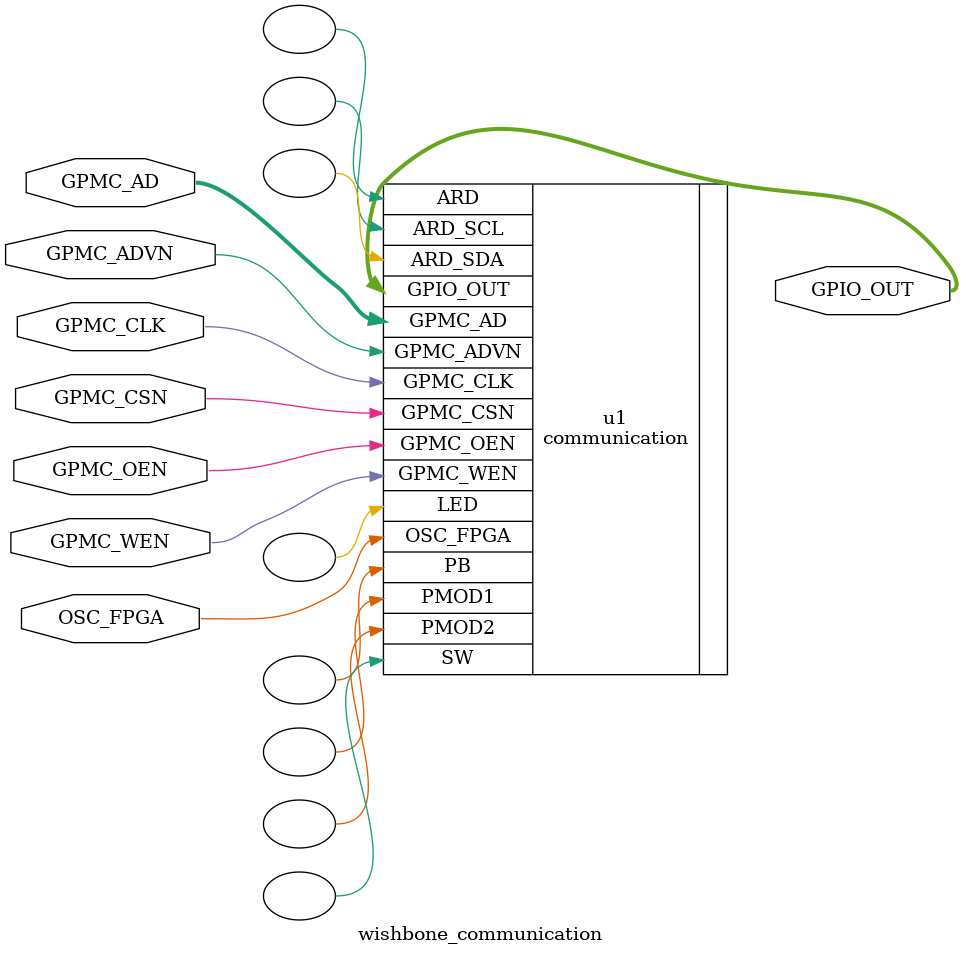
<source format=v>
`timescale 1ns / 1ps
module wishbone_communication(
	 input OSC_FPGA,
    inout [15:0] GPMC_AD,
    input GPMC_CSN,
    input GPMC_OEN,
    input GPMC_WEN,
    input GPMC_ADVN,
    input GPMC_CLK,
    output [15:0] GPIO_OUT
    );

communication u1 (.ARD_SCL(),.ARD_SDA(),.ARD(),.LED(),
					.PB(),.SW(),.PMOD1(),.PMOD2(),.GPMC_CLK(GPMC_CLK),
					.GPMC_CSN(GPMC_CSN),.GPMC_ADVN(GPMC_ADVN),.GPMC_OEN(GPMC_OEN),
					.GPMC_WEN(GPMC_WEN),.GPMC_AD(GPMC_AD),.OSC_FPGA(OSC_FPGA),
					.GPIO_OUT(GPIO_OUT));

endmodule

</source>
